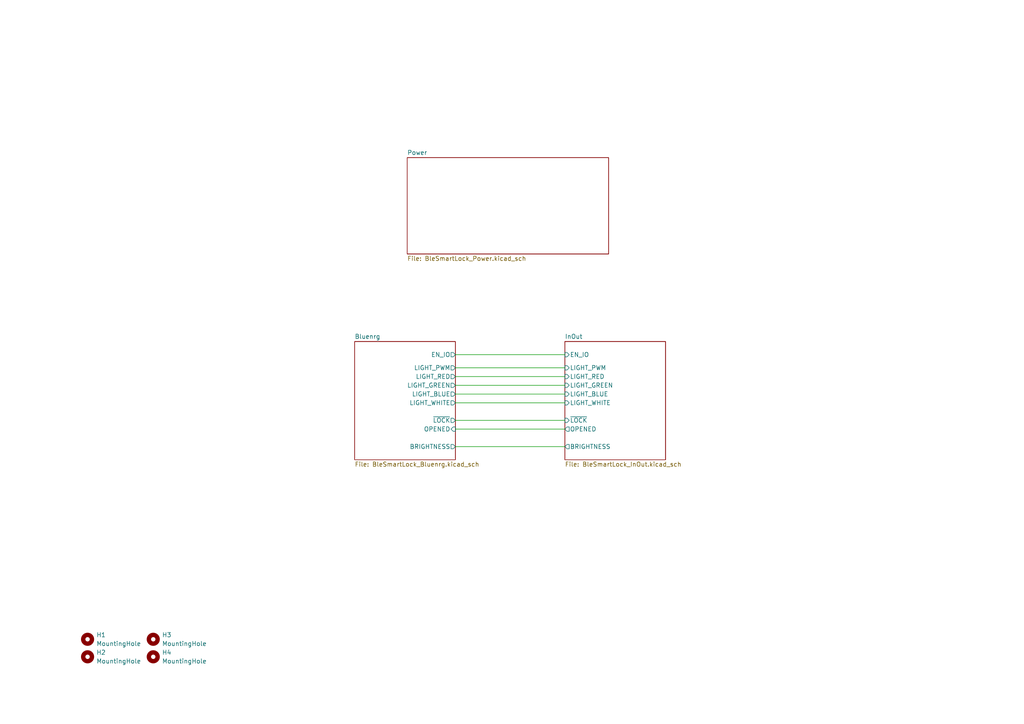
<source format=kicad_sch>
(kicad_sch (version 20231120) (generator "eeschema") (generator_version "8.0")
  (paper "A4")
  (title_block (title "Ble Smart Lock") (date "2024-03-30") (rev "v1.0") (company "antoine163"))
  (lib_symbols
    (symbol "Mechanical:MountingHole" (pin_names (offset 1.016))
      (property "Reference" "H" (at 0 5.08 0))
      (property "Value" "MountingHole" (at 0 3.175 0))
      (symbol "MountingHole_0_1"
        (circle (center 0 0) (radius 1.27) (stroke (width 1.27)))
      )
    )
  )
  (wire (pts (xy 132.08 109.22) (xy 163.83 109.22)))
  (wire (pts (xy 132.08 114.3) (xy 163.83 114.3)))
  (wire (pts (xy 132.08 124.46) (xy 163.83 124.46)))
  (wire (pts (xy 132.08 111.76) (xy 163.83 111.76)))
  (wire (pts (xy 132.08 116.84) (xy 163.83 116.84)))
  (wire (pts (xy 132.08 121.92) (xy 163.83 121.92)))
  (wire (pts (xy 132.08 102.87) (xy 163.83 102.87)))
  (wire (pts (xy 132.08 129.54) (xy 163.83 129.54)))
  (wire (pts (xy 132.08 106.68) (xy 163.83 106.68)))
  (symbol (lib_id "Mechanical:MountingHole") (at 25.4 190.5 0) (unit 1)
    (property "Reference" "H2" (at 27.94 189.2299 0) (effects (justify left)))
    (property "Value" "MountingHole" (at 27.94 191.7699 0) (effects (justify left)))
    (property "Footprint" "MountingHole:MountingHole_3.2mm_M3" (effects (hide yes)))
    (property "Description" "Mounting Hole without connection" (effects (hide yes)))
  )
  (symbol (lib_id "Mechanical:MountingHole") (at 44.45 185.42 0) (unit 1)
    (property "Reference" "H3" (at 46.99 184.1499 0) (effects (justify left)))
    (property "Value" "MountingHole" (at 46.99 186.6899 0) (effects (justify left)))
    (property "Footprint" "MountingHole:MountingHole_3.2mm_M3" (effects (hide yes)))
    (property "Description" "Mounting Hole without connection" (effects (hide yes)))
  )
  (symbol (lib_id "Mechanical:MountingHole") (at 25.4 185.42 0) (unit 1)
    (property "Reference" "H1" (at 27.94 184.1499 0) (effects (justify left)))
    (property "Value" "MountingHole" (at 27.94 186.6899 0) (effects (justify left)))
    (property "Footprint" "MountingHole:MountingHole_3.2mm_M3" (effects (hide yes)))
    (property "Description" "Mounting Hole without connection" (effects (hide yes)))
  )
  (symbol (lib_id "Mechanical:MountingHole") (at 44.45 190.5 0) (unit 1)
    (property "Reference" "H4" (at 46.99 189.2299 0) (effects (justify left)))
    (property "Value" "MountingHole" (at 46.99 191.7699 0) (effects (justify left)))
    (property "Footprint" "MountingHole:MountingHole_3.2mm_M3" (effects (hide yes)))
    (property "Description" "Mounting Hole without connection" (effects (hide yes)))
  )
  (sheet (at 163.83 99.06) (size 29.21 34.29) (stroke (width 0.1524))
    (property "Sheetname" "InOut" (at 163.83 98.3484 0) (effects (justify left bottom)))
    (property "Sheetfile" "BleSmartLock_InOut.kicad_sch" (at 163.83 133.9346 0) (effects (justify left top)))
    (pin "EN_IO" input (at 163.83 102.87 180))
    (pin "BRIGHTNESS" output (at 163.83 129.54 180))
    (pin "LIGHT_PWM" input (at 163.83 106.68 180))
    (pin "LIGHT_RED" input (at 163.83 109.22 180))
    (pin "LIGHT_GREEN" input (at 163.83 111.76 180))
    (pin "OPENED" output (at 163.83 124.46 180))
    (pin "~{LOCK}" input (at 163.83 121.92 180))
    (pin "LIGHT_WHITE" input (at 163.83 116.84 180))
    (pin "LIGHT_BLUE" input (at 163.83 114.3 180))
  )
  (sheet (at 118.11 45.72) (size 58.42 27.94) (stroke (width 0.1524))
    (property "Sheetname" "Power" (at 118.11 45.0084 0) (effects (justify left bottom)))
    (property "Sheetfile" "BleSmartLock_Power.kicad_sch" (at 118.11 74.2446 0) (effects (justify left top)))
  )
  (sheet (at 102.87 99.06) (size 29.21 34.29) (stroke (width 0.1524))
    (property "Sheetname" "Bluenrg" (at 102.87 98.3484 0) (effects (justify left bottom)))
    (property "Sheetfile" "BleSmartLock_Bluenrg.kicad_sch" (at 102.87 133.9346 0) (effects (justify left top)))
    (pin "BRIGHTNESS" output (at 132.08 129.54 0))
    (pin "OPENED" input (at 132.08 124.46 0))
    (pin "~{LOCK}" output (at 132.08 121.92 0))
    (pin "LIGHT_RED" output (at 132.08 109.22 0))
    (pin "LIGHT_PWM" output (at 132.08 106.68 0))
    (pin "LIGHT_GREEN" output (at 132.08 111.76 0))
    (pin "EN_IO" output (at 132.08 102.87 0))
    (pin "LIGHT_BLUE" output (at 132.08 114.3 0))
    (pin "LIGHT_WHITE" output (at 132.08 116.84 0))
  )
)
</source>
